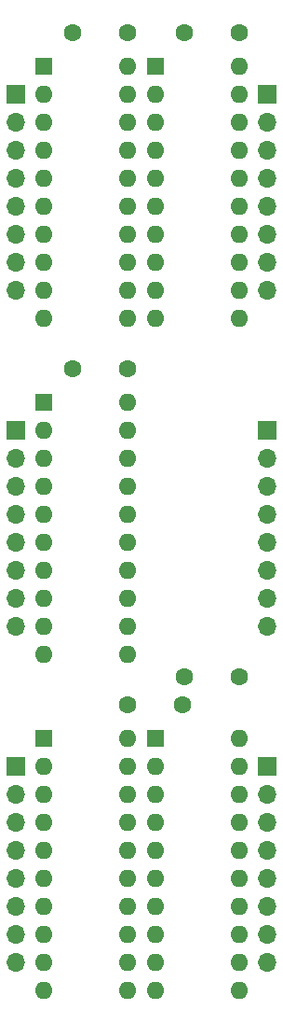
<source format=gbr>
%TF.GenerationSoftware,KiCad,Pcbnew,(5.1.8)-1*%
%TF.CreationDate,2022-06-03T11:47:02-06:00*%
%TF.ProjectId,Bus_Bridge,4275735f-4272-4696-9467-652e6b696361,rev?*%
%TF.SameCoordinates,Original*%
%TF.FileFunction,Soldermask,Bot*%
%TF.FilePolarity,Negative*%
%FSLAX46Y46*%
G04 Gerber Fmt 4.6, Leading zero omitted, Abs format (unit mm)*
G04 Created by KiCad (PCBNEW (5.1.8)-1) date 2022-06-03 11:47:02*
%MOMM*%
%LPD*%
G01*
G04 APERTURE LIST*
%ADD10O,1.700000X1.700000*%
%ADD11R,1.700000X1.700000*%
%ADD12O,1.600000X1.600000*%
%ADD13R,1.600000X1.600000*%
%ADD14C,1.600000*%
G04 APERTURE END LIST*
D10*
%TO.C,J6*%
X104140000Y-111760000D03*
X104140000Y-109220000D03*
X104140000Y-106680000D03*
X104140000Y-104140000D03*
X104140000Y-101600000D03*
X104140000Y-99060000D03*
X104140000Y-96520000D03*
D11*
X104140000Y-93980000D03*
%TD*%
D10*
%TO.C,J5*%
X104140000Y-142240000D03*
X104140000Y-139700000D03*
X104140000Y-137160000D03*
X104140000Y-134620000D03*
X104140000Y-132080000D03*
X104140000Y-129540000D03*
X104140000Y-127000000D03*
D11*
X104140000Y-124460000D03*
%TD*%
D10*
%TO.C,J4*%
X104140000Y-172720000D03*
X104140000Y-170180000D03*
X104140000Y-167640000D03*
X104140000Y-165100000D03*
X104140000Y-162560000D03*
X104140000Y-160020000D03*
X104140000Y-157480000D03*
D11*
X104140000Y-154940000D03*
%TD*%
D10*
%TO.C,J3*%
X81280000Y-142240000D03*
X81280000Y-139700000D03*
X81280000Y-137160000D03*
X81280000Y-134620000D03*
X81280000Y-132080000D03*
X81280000Y-129540000D03*
X81280000Y-127000000D03*
D11*
X81280000Y-124460000D03*
%TD*%
D10*
%TO.C,J2*%
X81280000Y-172720000D03*
X81280000Y-170180000D03*
X81280000Y-167640000D03*
X81280000Y-165100000D03*
X81280000Y-162560000D03*
X81280000Y-160020000D03*
X81280000Y-157480000D03*
D11*
X81280000Y-154940000D03*
%TD*%
D10*
%TO.C,J1*%
X81280000Y-111760000D03*
X81280000Y-109220000D03*
X81280000Y-106680000D03*
X81280000Y-104140000D03*
X81280000Y-101600000D03*
X81280000Y-99060000D03*
X81280000Y-96520000D03*
D11*
X81280000Y-93980000D03*
%TD*%
D12*
%TO.C,U5*%
X101600000Y-91440000D03*
X93980000Y-114300000D03*
X101600000Y-93980000D03*
X93980000Y-111760000D03*
X101600000Y-96520000D03*
X93980000Y-109220000D03*
X101600000Y-99060000D03*
X93980000Y-106680000D03*
X101600000Y-101600000D03*
X93980000Y-104140000D03*
X101600000Y-104140000D03*
X93980000Y-101600000D03*
X101600000Y-106680000D03*
X93980000Y-99060000D03*
X101600000Y-109220000D03*
X93980000Y-96520000D03*
X101600000Y-111760000D03*
X93980000Y-93980000D03*
X101600000Y-114300000D03*
D13*
X93980000Y-91440000D03*
%TD*%
D12*
%TO.C,U4*%
X101600000Y-152400000D03*
X93980000Y-175260000D03*
X101600000Y-154940000D03*
X93980000Y-172720000D03*
X101600000Y-157480000D03*
X93980000Y-170180000D03*
X101600000Y-160020000D03*
X93980000Y-167640000D03*
X101600000Y-162560000D03*
X93980000Y-165100000D03*
X101600000Y-165100000D03*
X93980000Y-162560000D03*
X101600000Y-167640000D03*
X93980000Y-160020000D03*
X101600000Y-170180000D03*
X93980000Y-157480000D03*
X101600000Y-172720000D03*
X93980000Y-154940000D03*
X101600000Y-175260000D03*
D13*
X93980000Y-152400000D03*
%TD*%
D12*
%TO.C,U3*%
X91440000Y-121920000D03*
X83820000Y-144780000D03*
X91440000Y-124460000D03*
X83820000Y-142240000D03*
X91440000Y-127000000D03*
X83820000Y-139700000D03*
X91440000Y-129540000D03*
X83820000Y-137160000D03*
X91440000Y-132080000D03*
X83820000Y-134620000D03*
X91440000Y-134620000D03*
X83820000Y-132080000D03*
X91440000Y-137160000D03*
X83820000Y-129540000D03*
X91440000Y-139700000D03*
X83820000Y-127000000D03*
X91440000Y-142240000D03*
X83820000Y-124460000D03*
X91440000Y-144780000D03*
D13*
X83820000Y-121920000D03*
%TD*%
D12*
%TO.C,U2*%
X91440000Y-152400000D03*
X83820000Y-175260000D03*
X91440000Y-154940000D03*
X83820000Y-172720000D03*
X91440000Y-157480000D03*
X83820000Y-170180000D03*
X91440000Y-160020000D03*
X83820000Y-167640000D03*
X91440000Y-162560000D03*
X83820000Y-165100000D03*
X91440000Y-165100000D03*
X83820000Y-162560000D03*
X91440000Y-167640000D03*
X83820000Y-160020000D03*
X91440000Y-170180000D03*
X83820000Y-157480000D03*
X91440000Y-172720000D03*
X83820000Y-154940000D03*
X91440000Y-175260000D03*
D13*
X83820000Y-152400000D03*
%TD*%
D12*
%TO.C,U1*%
X91440000Y-91440000D03*
X83820000Y-114300000D03*
X91440000Y-93980000D03*
X83820000Y-111760000D03*
X91440000Y-96520000D03*
X83820000Y-109220000D03*
X91440000Y-99060000D03*
X83820000Y-106680000D03*
X91440000Y-101600000D03*
X83820000Y-104140000D03*
X91440000Y-104140000D03*
X83820000Y-101600000D03*
X91440000Y-106680000D03*
X83820000Y-99060000D03*
X91440000Y-109220000D03*
X83820000Y-96520000D03*
X91440000Y-111760000D03*
X83820000Y-93980000D03*
X91440000Y-114300000D03*
D13*
X83820000Y-91440000D03*
%TD*%
D14*
%TO.C,C5*%
X96600000Y-88392000D03*
X101600000Y-88392000D03*
%TD*%
%TO.C,C4*%
X96600000Y-146812000D03*
X101600000Y-146812000D03*
%TD*%
%TO.C,C3*%
X86440000Y-118872000D03*
X91440000Y-118872000D03*
%TD*%
%TO.C,C2*%
X96440000Y-149352000D03*
X91440000Y-149352000D03*
%TD*%
%TO.C,C1*%
X86440000Y-88392000D03*
X91440000Y-88392000D03*
%TD*%
M02*

</source>
